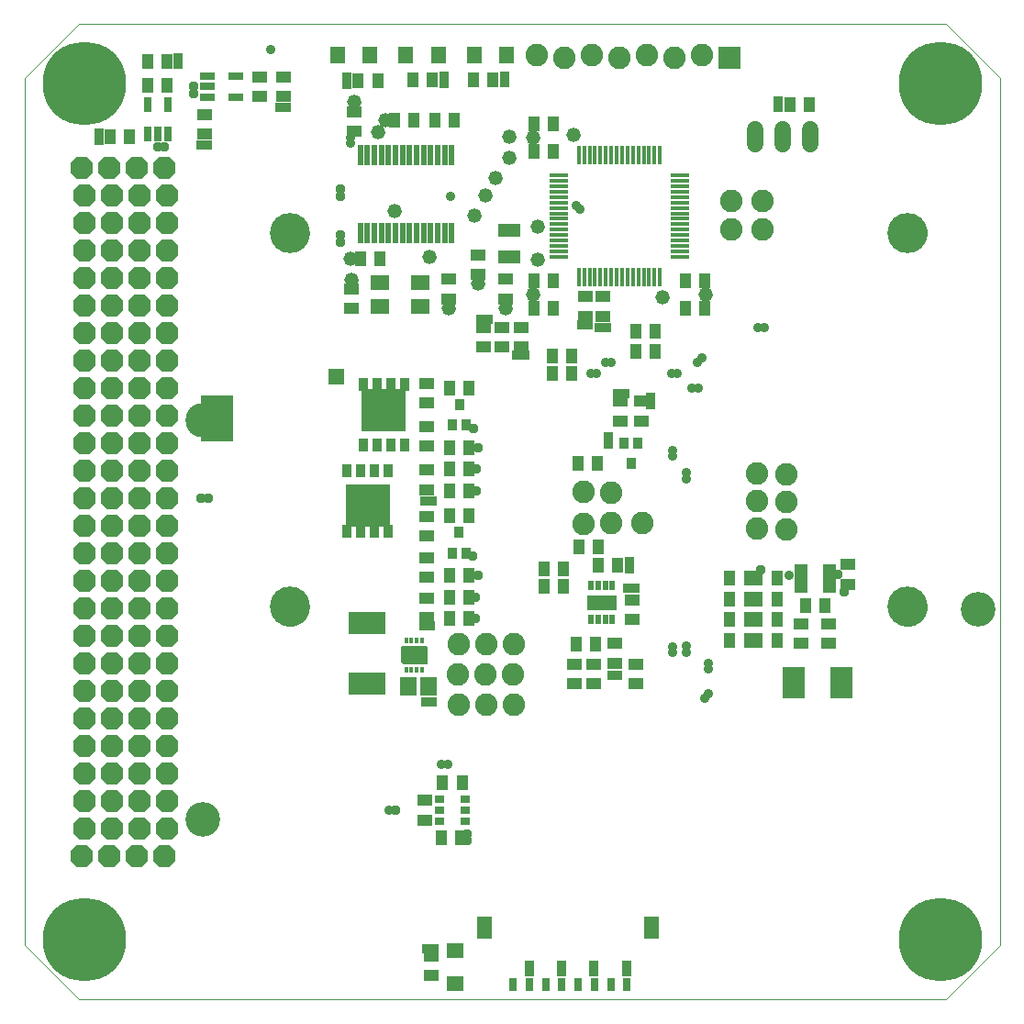
<source format=gts>
G75*
%MOIN*%
%OFA0B0*%
%FSLAX25Y25*%
%IPPOS*%
%LPD*%
%AMOC8*
5,1,8,0,0,1.08239X$1,22.5*
%
%ADD10R,0.05918X0.06706*%
%ADD11C,0.00000*%
%ADD12C,0.30328*%
%ADD13OC8,0.08200*%
%ADD14R,0.01181X0.01969*%
%ADD15C,0.00800*%
%ADD16R,0.05524X0.03162*%
%ADD17R,0.05524X0.03950*%
%ADD18R,0.03162X0.05524*%
%ADD19R,0.03950X0.05524*%
%ADD20R,0.13398X0.07887*%
%ADD21C,0.08200*%
%ADD22R,0.04737X0.02572*%
%ADD23R,0.02375X0.03556*%
%ADD24R,0.10800X0.05800*%
%ADD25R,0.03556X0.04343*%
%ADD26R,0.07887X0.11430*%
%ADD27R,0.03202X0.04816*%
%ADD28R,0.16194X0.15800*%
%ADD29C,0.14580*%
%ADD30R,0.01784X0.06902*%
%ADD31R,0.06902X0.01784*%
%ADD32R,0.02375X0.07690*%
%ADD33R,0.07887X0.04737*%
%ADD34C,0.05200*%
%ADD35R,0.07099X0.05721*%
%ADD36R,0.04737X0.01784*%
%ADD37R,0.01784X0.04737*%
%ADD38R,0.08200X0.08200*%
%ADD39R,0.03556X0.02800*%
%ADD40R,0.03162X0.04737*%
%ADD41R,0.05721X0.07887*%
%ADD42R,0.05524X0.06312*%
%ADD43C,0.06000*%
%ADD44R,0.06312X0.05524*%
%ADD45C,0.03778*%
%ADD46R,0.03778X0.03778*%
%ADD47R,0.03581X0.03581*%
%ADD48C,0.03581*%
%ADD49C,0.12611*%
D10*
X0142502Y0115101D03*
X0149983Y0115101D03*
D11*
X0003172Y0020888D02*
X0003172Y0335849D01*
X0022857Y0355534D01*
X0337817Y0355534D01*
X0357502Y0335849D01*
X0357502Y0020888D01*
X0337817Y0001203D01*
X0022857Y0001203D01*
X0003172Y0020888D01*
X0092738Y0143920D02*
X0092740Y0144089D01*
X0092746Y0144258D01*
X0092757Y0144427D01*
X0092771Y0144595D01*
X0092790Y0144763D01*
X0092813Y0144931D01*
X0092839Y0145098D01*
X0092870Y0145264D01*
X0092905Y0145430D01*
X0092944Y0145594D01*
X0092988Y0145758D01*
X0093035Y0145920D01*
X0093086Y0146081D01*
X0093141Y0146241D01*
X0093200Y0146400D01*
X0093262Y0146557D01*
X0093329Y0146712D01*
X0093400Y0146866D01*
X0093474Y0147018D01*
X0093552Y0147168D01*
X0093633Y0147316D01*
X0093718Y0147462D01*
X0093807Y0147606D01*
X0093899Y0147748D01*
X0093995Y0147887D01*
X0094094Y0148024D01*
X0094196Y0148159D01*
X0094302Y0148291D01*
X0094411Y0148420D01*
X0094523Y0148547D01*
X0094638Y0148671D01*
X0094756Y0148792D01*
X0094877Y0148910D01*
X0095001Y0149025D01*
X0095128Y0149137D01*
X0095257Y0149246D01*
X0095389Y0149352D01*
X0095524Y0149454D01*
X0095661Y0149553D01*
X0095800Y0149649D01*
X0095942Y0149741D01*
X0096086Y0149830D01*
X0096232Y0149915D01*
X0096380Y0149996D01*
X0096530Y0150074D01*
X0096682Y0150148D01*
X0096836Y0150219D01*
X0096991Y0150286D01*
X0097148Y0150348D01*
X0097307Y0150407D01*
X0097467Y0150462D01*
X0097628Y0150513D01*
X0097790Y0150560D01*
X0097954Y0150604D01*
X0098118Y0150643D01*
X0098284Y0150678D01*
X0098450Y0150709D01*
X0098617Y0150735D01*
X0098785Y0150758D01*
X0098953Y0150777D01*
X0099121Y0150791D01*
X0099290Y0150802D01*
X0099459Y0150808D01*
X0099628Y0150810D01*
X0099797Y0150808D01*
X0099966Y0150802D01*
X0100135Y0150791D01*
X0100303Y0150777D01*
X0100471Y0150758D01*
X0100639Y0150735D01*
X0100806Y0150709D01*
X0100972Y0150678D01*
X0101138Y0150643D01*
X0101302Y0150604D01*
X0101466Y0150560D01*
X0101628Y0150513D01*
X0101789Y0150462D01*
X0101949Y0150407D01*
X0102108Y0150348D01*
X0102265Y0150286D01*
X0102420Y0150219D01*
X0102574Y0150148D01*
X0102726Y0150074D01*
X0102876Y0149996D01*
X0103024Y0149915D01*
X0103170Y0149830D01*
X0103314Y0149741D01*
X0103456Y0149649D01*
X0103595Y0149553D01*
X0103732Y0149454D01*
X0103867Y0149352D01*
X0103999Y0149246D01*
X0104128Y0149137D01*
X0104255Y0149025D01*
X0104379Y0148910D01*
X0104500Y0148792D01*
X0104618Y0148671D01*
X0104733Y0148547D01*
X0104845Y0148420D01*
X0104954Y0148291D01*
X0105060Y0148159D01*
X0105162Y0148024D01*
X0105261Y0147887D01*
X0105357Y0147748D01*
X0105449Y0147606D01*
X0105538Y0147462D01*
X0105623Y0147316D01*
X0105704Y0147168D01*
X0105782Y0147018D01*
X0105856Y0146866D01*
X0105927Y0146712D01*
X0105994Y0146557D01*
X0106056Y0146400D01*
X0106115Y0146241D01*
X0106170Y0146081D01*
X0106221Y0145920D01*
X0106268Y0145758D01*
X0106312Y0145594D01*
X0106351Y0145430D01*
X0106386Y0145264D01*
X0106417Y0145098D01*
X0106443Y0144931D01*
X0106466Y0144763D01*
X0106485Y0144595D01*
X0106499Y0144427D01*
X0106510Y0144258D01*
X0106516Y0144089D01*
X0106518Y0143920D01*
X0106516Y0143751D01*
X0106510Y0143582D01*
X0106499Y0143413D01*
X0106485Y0143245D01*
X0106466Y0143077D01*
X0106443Y0142909D01*
X0106417Y0142742D01*
X0106386Y0142576D01*
X0106351Y0142410D01*
X0106312Y0142246D01*
X0106268Y0142082D01*
X0106221Y0141920D01*
X0106170Y0141759D01*
X0106115Y0141599D01*
X0106056Y0141440D01*
X0105994Y0141283D01*
X0105927Y0141128D01*
X0105856Y0140974D01*
X0105782Y0140822D01*
X0105704Y0140672D01*
X0105623Y0140524D01*
X0105538Y0140378D01*
X0105449Y0140234D01*
X0105357Y0140092D01*
X0105261Y0139953D01*
X0105162Y0139816D01*
X0105060Y0139681D01*
X0104954Y0139549D01*
X0104845Y0139420D01*
X0104733Y0139293D01*
X0104618Y0139169D01*
X0104500Y0139048D01*
X0104379Y0138930D01*
X0104255Y0138815D01*
X0104128Y0138703D01*
X0103999Y0138594D01*
X0103867Y0138488D01*
X0103732Y0138386D01*
X0103595Y0138287D01*
X0103456Y0138191D01*
X0103314Y0138099D01*
X0103170Y0138010D01*
X0103024Y0137925D01*
X0102876Y0137844D01*
X0102726Y0137766D01*
X0102574Y0137692D01*
X0102420Y0137621D01*
X0102265Y0137554D01*
X0102108Y0137492D01*
X0101949Y0137433D01*
X0101789Y0137378D01*
X0101628Y0137327D01*
X0101466Y0137280D01*
X0101302Y0137236D01*
X0101138Y0137197D01*
X0100972Y0137162D01*
X0100806Y0137131D01*
X0100639Y0137105D01*
X0100471Y0137082D01*
X0100303Y0137063D01*
X0100135Y0137049D01*
X0099966Y0137038D01*
X0099797Y0137032D01*
X0099628Y0137030D01*
X0099459Y0137032D01*
X0099290Y0137038D01*
X0099121Y0137049D01*
X0098953Y0137063D01*
X0098785Y0137082D01*
X0098617Y0137105D01*
X0098450Y0137131D01*
X0098284Y0137162D01*
X0098118Y0137197D01*
X0097954Y0137236D01*
X0097790Y0137280D01*
X0097628Y0137327D01*
X0097467Y0137378D01*
X0097307Y0137433D01*
X0097148Y0137492D01*
X0096991Y0137554D01*
X0096836Y0137621D01*
X0096682Y0137692D01*
X0096530Y0137766D01*
X0096380Y0137844D01*
X0096232Y0137925D01*
X0096086Y0138010D01*
X0095942Y0138099D01*
X0095800Y0138191D01*
X0095661Y0138287D01*
X0095524Y0138386D01*
X0095389Y0138488D01*
X0095257Y0138594D01*
X0095128Y0138703D01*
X0095001Y0138815D01*
X0094877Y0138930D01*
X0094756Y0139048D01*
X0094638Y0139169D01*
X0094523Y0139293D01*
X0094411Y0139420D01*
X0094302Y0139549D01*
X0094196Y0139681D01*
X0094094Y0139816D01*
X0093995Y0139953D01*
X0093899Y0140092D01*
X0093807Y0140234D01*
X0093718Y0140378D01*
X0093633Y0140524D01*
X0093552Y0140672D01*
X0093474Y0140822D01*
X0093400Y0140974D01*
X0093329Y0141128D01*
X0093262Y0141283D01*
X0093200Y0141440D01*
X0093141Y0141599D01*
X0093086Y0141759D01*
X0093035Y0141920D01*
X0092988Y0142082D01*
X0092944Y0142246D01*
X0092905Y0142410D01*
X0092870Y0142576D01*
X0092839Y0142742D01*
X0092813Y0142909D01*
X0092790Y0143077D01*
X0092771Y0143245D01*
X0092757Y0143413D01*
X0092746Y0143582D01*
X0092740Y0143751D01*
X0092738Y0143920D01*
X0092738Y0279746D02*
X0092740Y0279915D01*
X0092746Y0280084D01*
X0092757Y0280253D01*
X0092771Y0280421D01*
X0092790Y0280589D01*
X0092813Y0280757D01*
X0092839Y0280924D01*
X0092870Y0281090D01*
X0092905Y0281256D01*
X0092944Y0281420D01*
X0092988Y0281584D01*
X0093035Y0281746D01*
X0093086Y0281907D01*
X0093141Y0282067D01*
X0093200Y0282226D01*
X0093262Y0282383D01*
X0093329Y0282538D01*
X0093400Y0282692D01*
X0093474Y0282844D01*
X0093552Y0282994D01*
X0093633Y0283142D01*
X0093718Y0283288D01*
X0093807Y0283432D01*
X0093899Y0283574D01*
X0093995Y0283713D01*
X0094094Y0283850D01*
X0094196Y0283985D01*
X0094302Y0284117D01*
X0094411Y0284246D01*
X0094523Y0284373D01*
X0094638Y0284497D01*
X0094756Y0284618D01*
X0094877Y0284736D01*
X0095001Y0284851D01*
X0095128Y0284963D01*
X0095257Y0285072D01*
X0095389Y0285178D01*
X0095524Y0285280D01*
X0095661Y0285379D01*
X0095800Y0285475D01*
X0095942Y0285567D01*
X0096086Y0285656D01*
X0096232Y0285741D01*
X0096380Y0285822D01*
X0096530Y0285900D01*
X0096682Y0285974D01*
X0096836Y0286045D01*
X0096991Y0286112D01*
X0097148Y0286174D01*
X0097307Y0286233D01*
X0097467Y0286288D01*
X0097628Y0286339D01*
X0097790Y0286386D01*
X0097954Y0286430D01*
X0098118Y0286469D01*
X0098284Y0286504D01*
X0098450Y0286535D01*
X0098617Y0286561D01*
X0098785Y0286584D01*
X0098953Y0286603D01*
X0099121Y0286617D01*
X0099290Y0286628D01*
X0099459Y0286634D01*
X0099628Y0286636D01*
X0099797Y0286634D01*
X0099966Y0286628D01*
X0100135Y0286617D01*
X0100303Y0286603D01*
X0100471Y0286584D01*
X0100639Y0286561D01*
X0100806Y0286535D01*
X0100972Y0286504D01*
X0101138Y0286469D01*
X0101302Y0286430D01*
X0101466Y0286386D01*
X0101628Y0286339D01*
X0101789Y0286288D01*
X0101949Y0286233D01*
X0102108Y0286174D01*
X0102265Y0286112D01*
X0102420Y0286045D01*
X0102574Y0285974D01*
X0102726Y0285900D01*
X0102876Y0285822D01*
X0103024Y0285741D01*
X0103170Y0285656D01*
X0103314Y0285567D01*
X0103456Y0285475D01*
X0103595Y0285379D01*
X0103732Y0285280D01*
X0103867Y0285178D01*
X0103999Y0285072D01*
X0104128Y0284963D01*
X0104255Y0284851D01*
X0104379Y0284736D01*
X0104500Y0284618D01*
X0104618Y0284497D01*
X0104733Y0284373D01*
X0104845Y0284246D01*
X0104954Y0284117D01*
X0105060Y0283985D01*
X0105162Y0283850D01*
X0105261Y0283713D01*
X0105357Y0283574D01*
X0105449Y0283432D01*
X0105538Y0283288D01*
X0105623Y0283142D01*
X0105704Y0282994D01*
X0105782Y0282844D01*
X0105856Y0282692D01*
X0105927Y0282538D01*
X0105994Y0282383D01*
X0106056Y0282226D01*
X0106115Y0282067D01*
X0106170Y0281907D01*
X0106221Y0281746D01*
X0106268Y0281584D01*
X0106312Y0281420D01*
X0106351Y0281256D01*
X0106386Y0281090D01*
X0106417Y0280924D01*
X0106443Y0280757D01*
X0106466Y0280589D01*
X0106485Y0280421D01*
X0106499Y0280253D01*
X0106510Y0280084D01*
X0106516Y0279915D01*
X0106518Y0279746D01*
X0106516Y0279577D01*
X0106510Y0279408D01*
X0106499Y0279239D01*
X0106485Y0279071D01*
X0106466Y0278903D01*
X0106443Y0278735D01*
X0106417Y0278568D01*
X0106386Y0278402D01*
X0106351Y0278236D01*
X0106312Y0278072D01*
X0106268Y0277908D01*
X0106221Y0277746D01*
X0106170Y0277585D01*
X0106115Y0277425D01*
X0106056Y0277266D01*
X0105994Y0277109D01*
X0105927Y0276954D01*
X0105856Y0276800D01*
X0105782Y0276648D01*
X0105704Y0276498D01*
X0105623Y0276350D01*
X0105538Y0276204D01*
X0105449Y0276060D01*
X0105357Y0275918D01*
X0105261Y0275779D01*
X0105162Y0275642D01*
X0105060Y0275507D01*
X0104954Y0275375D01*
X0104845Y0275246D01*
X0104733Y0275119D01*
X0104618Y0274995D01*
X0104500Y0274874D01*
X0104379Y0274756D01*
X0104255Y0274641D01*
X0104128Y0274529D01*
X0103999Y0274420D01*
X0103867Y0274314D01*
X0103732Y0274212D01*
X0103595Y0274113D01*
X0103456Y0274017D01*
X0103314Y0273925D01*
X0103170Y0273836D01*
X0103024Y0273751D01*
X0102876Y0273670D01*
X0102726Y0273592D01*
X0102574Y0273518D01*
X0102420Y0273447D01*
X0102265Y0273380D01*
X0102108Y0273318D01*
X0101949Y0273259D01*
X0101789Y0273204D01*
X0101628Y0273153D01*
X0101466Y0273106D01*
X0101302Y0273062D01*
X0101138Y0273023D01*
X0100972Y0272988D01*
X0100806Y0272957D01*
X0100639Y0272931D01*
X0100471Y0272908D01*
X0100303Y0272889D01*
X0100135Y0272875D01*
X0099966Y0272864D01*
X0099797Y0272858D01*
X0099628Y0272856D01*
X0099459Y0272858D01*
X0099290Y0272864D01*
X0099121Y0272875D01*
X0098953Y0272889D01*
X0098785Y0272908D01*
X0098617Y0272931D01*
X0098450Y0272957D01*
X0098284Y0272988D01*
X0098118Y0273023D01*
X0097954Y0273062D01*
X0097790Y0273106D01*
X0097628Y0273153D01*
X0097467Y0273204D01*
X0097307Y0273259D01*
X0097148Y0273318D01*
X0096991Y0273380D01*
X0096836Y0273447D01*
X0096682Y0273518D01*
X0096530Y0273592D01*
X0096380Y0273670D01*
X0096232Y0273751D01*
X0096086Y0273836D01*
X0095942Y0273925D01*
X0095800Y0274017D01*
X0095661Y0274113D01*
X0095524Y0274212D01*
X0095389Y0274314D01*
X0095257Y0274420D01*
X0095128Y0274529D01*
X0095001Y0274641D01*
X0094877Y0274756D01*
X0094756Y0274874D01*
X0094638Y0274995D01*
X0094523Y0275119D01*
X0094411Y0275246D01*
X0094302Y0275375D01*
X0094196Y0275507D01*
X0094094Y0275642D01*
X0093995Y0275779D01*
X0093899Y0275918D01*
X0093807Y0276060D01*
X0093718Y0276204D01*
X0093633Y0276350D01*
X0093552Y0276498D01*
X0093474Y0276648D01*
X0093400Y0276800D01*
X0093329Y0276954D01*
X0093262Y0277109D01*
X0093200Y0277266D01*
X0093141Y0277425D01*
X0093086Y0277585D01*
X0093035Y0277746D01*
X0092988Y0277908D01*
X0092944Y0278072D01*
X0092905Y0278236D01*
X0092870Y0278402D01*
X0092839Y0278568D01*
X0092813Y0278735D01*
X0092790Y0278903D01*
X0092771Y0279071D01*
X0092757Y0279239D01*
X0092746Y0279408D01*
X0092740Y0279577D01*
X0092738Y0279746D01*
X0317148Y0279746D02*
X0317150Y0279915D01*
X0317156Y0280084D01*
X0317167Y0280253D01*
X0317181Y0280421D01*
X0317200Y0280589D01*
X0317223Y0280757D01*
X0317249Y0280924D01*
X0317280Y0281090D01*
X0317315Y0281256D01*
X0317354Y0281420D01*
X0317398Y0281584D01*
X0317445Y0281746D01*
X0317496Y0281907D01*
X0317551Y0282067D01*
X0317610Y0282226D01*
X0317672Y0282383D01*
X0317739Y0282538D01*
X0317810Y0282692D01*
X0317884Y0282844D01*
X0317962Y0282994D01*
X0318043Y0283142D01*
X0318128Y0283288D01*
X0318217Y0283432D01*
X0318309Y0283574D01*
X0318405Y0283713D01*
X0318504Y0283850D01*
X0318606Y0283985D01*
X0318712Y0284117D01*
X0318821Y0284246D01*
X0318933Y0284373D01*
X0319048Y0284497D01*
X0319166Y0284618D01*
X0319287Y0284736D01*
X0319411Y0284851D01*
X0319538Y0284963D01*
X0319667Y0285072D01*
X0319799Y0285178D01*
X0319934Y0285280D01*
X0320071Y0285379D01*
X0320210Y0285475D01*
X0320352Y0285567D01*
X0320496Y0285656D01*
X0320642Y0285741D01*
X0320790Y0285822D01*
X0320940Y0285900D01*
X0321092Y0285974D01*
X0321246Y0286045D01*
X0321401Y0286112D01*
X0321558Y0286174D01*
X0321717Y0286233D01*
X0321877Y0286288D01*
X0322038Y0286339D01*
X0322200Y0286386D01*
X0322364Y0286430D01*
X0322528Y0286469D01*
X0322694Y0286504D01*
X0322860Y0286535D01*
X0323027Y0286561D01*
X0323195Y0286584D01*
X0323363Y0286603D01*
X0323531Y0286617D01*
X0323700Y0286628D01*
X0323869Y0286634D01*
X0324038Y0286636D01*
X0324207Y0286634D01*
X0324376Y0286628D01*
X0324545Y0286617D01*
X0324713Y0286603D01*
X0324881Y0286584D01*
X0325049Y0286561D01*
X0325216Y0286535D01*
X0325382Y0286504D01*
X0325548Y0286469D01*
X0325712Y0286430D01*
X0325876Y0286386D01*
X0326038Y0286339D01*
X0326199Y0286288D01*
X0326359Y0286233D01*
X0326518Y0286174D01*
X0326675Y0286112D01*
X0326830Y0286045D01*
X0326984Y0285974D01*
X0327136Y0285900D01*
X0327286Y0285822D01*
X0327434Y0285741D01*
X0327580Y0285656D01*
X0327724Y0285567D01*
X0327866Y0285475D01*
X0328005Y0285379D01*
X0328142Y0285280D01*
X0328277Y0285178D01*
X0328409Y0285072D01*
X0328538Y0284963D01*
X0328665Y0284851D01*
X0328789Y0284736D01*
X0328910Y0284618D01*
X0329028Y0284497D01*
X0329143Y0284373D01*
X0329255Y0284246D01*
X0329364Y0284117D01*
X0329470Y0283985D01*
X0329572Y0283850D01*
X0329671Y0283713D01*
X0329767Y0283574D01*
X0329859Y0283432D01*
X0329948Y0283288D01*
X0330033Y0283142D01*
X0330114Y0282994D01*
X0330192Y0282844D01*
X0330266Y0282692D01*
X0330337Y0282538D01*
X0330404Y0282383D01*
X0330466Y0282226D01*
X0330525Y0282067D01*
X0330580Y0281907D01*
X0330631Y0281746D01*
X0330678Y0281584D01*
X0330722Y0281420D01*
X0330761Y0281256D01*
X0330796Y0281090D01*
X0330827Y0280924D01*
X0330853Y0280757D01*
X0330876Y0280589D01*
X0330895Y0280421D01*
X0330909Y0280253D01*
X0330920Y0280084D01*
X0330926Y0279915D01*
X0330928Y0279746D01*
X0330926Y0279577D01*
X0330920Y0279408D01*
X0330909Y0279239D01*
X0330895Y0279071D01*
X0330876Y0278903D01*
X0330853Y0278735D01*
X0330827Y0278568D01*
X0330796Y0278402D01*
X0330761Y0278236D01*
X0330722Y0278072D01*
X0330678Y0277908D01*
X0330631Y0277746D01*
X0330580Y0277585D01*
X0330525Y0277425D01*
X0330466Y0277266D01*
X0330404Y0277109D01*
X0330337Y0276954D01*
X0330266Y0276800D01*
X0330192Y0276648D01*
X0330114Y0276498D01*
X0330033Y0276350D01*
X0329948Y0276204D01*
X0329859Y0276060D01*
X0329767Y0275918D01*
X0329671Y0275779D01*
X0329572Y0275642D01*
X0329470Y0275507D01*
X0329364Y0275375D01*
X0329255Y0275246D01*
X0329143Y0275119D01*
X0329028Y0274995D01*
X0328910Y0274874D01*
X0328789Y0274756D01*
X0328665Y0274641D01*
X0328538Y0274529D01*
X0328409Y0274420D01*
X0328277Y0274314D01*
X0328142Y0274212D01*
X0328005Y0274113D01*
X0327866Y0274017D01*
X0327724Y0273925D01*
X0327580Y0273836D01*
X0327434Y0273751D01*
X0327286Y0273670D01*
X0327136Y0273592D01*
X0326984Y0273518D01*
X0326830Y0273447D01*
X0326675Y0273380D01*
X0326518Y0273318D01*
X0326359Y0273259D01*
X0326199Y0273204D01*
X0326038Y0273153D01*
X0325876Y0273106D01*
X0325712Y0273062D01*
X0325548Y0273023D01*
X0325382Y0272988D01*
X0325216Y0272957D01*
X0325049Y0272931D01*
X0324881Y0272908D01*
X0324713Y0272889D01*
X0324545Y0272875D01*
X0324376Y0272864D01*
X0324207Y0272858D01*
X0324038Y0272856D01*
X0323869Y0272858D01*
X0323700Y0272864D01*
X0323531Y0272875D01*
X0323363Y0272889D01*
X0323195Y0272908D01*
X0323027Y0272931D01*
X0322860Y0272957D01*
X0322694Y0272988D01*
X0322528Y0273023D01*
X0322364Y0273062D01*
X0322200Y0273106D01*
X0322038Y0273153D01*
X0321877Y0273204D01*
X0321717Y0273259D01*
X0321558Y0273318D01*
X0321401Y0273380D01*
X0321246Y0273447D01*
X0321092Y0273518D01*
X0320940Y0273592D01*
X0320790Y0273670D01*
X0320642Y0273751D01*
X0320496Y0273836D01*
X0320352Y0273925D01*
X0320210Y0274017D01*
X0320071Y0274113D01*
X0319934Y0274212D01*
X0319799Y0274314D01*
X0319667Y0274420D01*
X0319538Y0274529D01*
X0319411Y0274641D01*
X0319287Y0274756D01*
X0319166Y0274874D01*
X0319048Y0274995D01*
X0318933Y0275119D01*
X0318821Y0275246D01*
X0318712Y0275375D01*
X0318606Y0275507D01*
X0318504Y0275642D01*
X0318405Y0275779D01*
X0318309Y0275918D01*
X0318217Y0276060D01*
X0318128Y0276204D01*
X0318043Y0276350D01*
X0317962Y0276498D01*
X0317884Y0276648D01*
X0317810Y0276800D01*
X0317739Y0276954D01*
X0317672Y0277109D01*
X0317610Y0277266D01*
X0317551Y0277425D01*
X0317496Y0277585D01*
X0317445Y0277746D01*
X0317398Y0277908D01*
X0317354Y0278072D01*
X0317315Y0278236D01*
X0317280Y0278402D01*
X0317249Y0278568D01*
X0317223Y0278735D01*
X0317200Y0278903D01*
X0317181Y0279071D01*
X0317167Y0279239D01*
X0317156Y0279408D01*
X0317150Y0279577D01*
X0317148Y0279746D01*
X0317148Y0143920D02*
X0317150Y0144089D01*
X0317156Y0144258D01*
X0317167Y0144427D01*
X0317181Y0144595D01*
X0317200Y0144763D01*
X0317223Y0144931D01*
X0317249Y0145098D01*
X0317280Y0145264D01*
X0317315Y0145430D01*
X0317354Y0145594D01*
X0317398Y0145758D01*
X0317445Y0145920D01*
X0317496Y0146081D01*
X0317551Y0146241D01*
X0317610Y0146400D01*
X0317672Y0146557D01*
X0317739Y0146712D01*
X0317810Y0146866D01*
X0317884Y0147018D01*
X0317962Y0147168D01*
X0318043Y0147316D01*
X0318128Y0147462D01*
X0318217Y0147606D01*
X0318309Y0147748D01*
X0318405Y0147887D01*
X0318504Y0148024D01*
X0318606Y0148159D01*
X0318712Y0148291D01*
X0318821Y0148420D01*
X0318933Y0148547D01*
X0319048Y0148671D01*
X0319166Y0148792D01*
X0319287Y0148910D01*
X0319411Y0149025D01*
X0319538Y0149137D01*
X0319667Y0149246D01*
X0319799Y0149352D01*
X0319934Y0149454D01*
X0320071Y0149553D01*
X0320210Y0149649D01*
X0320352Y0149741D01*
X0320496Y0149830D01*
X0320642Y0149915D01*
X0320790Y0149996D01*
X0320940Y0150074D01*
X0321092Y0150148D01*
X0321246Y0150219D01*
X0321401Y0150286D01*
X0321558Y0150348D01*
X0321717Y0150407D01*
X0321877Y0150462D01*
X0322038Y0150513D01*
X0322200Y0150560D01*
X0322364Y0150604D01*
X0322528Y0150643D01*
X0322694Y0150678D01*
X0322860Y0150709D01*
X0323027Y0150735D01*
X0323195Y0150758D01*
X0323363Y0150777D01*
X0323531Y0150791D01*
X0323700Y0150802D01*
X0323869Y0150808D01*
X0324038Y0150810D01*
X0324207Y0150808D01*
X0324376Y0150802D01*
X0324545Y0150791D01*
X0324713Y0150777D01*
X0324881Y0150758D01*
X0325049Y0150735D01*
X0325216Y0150709D01*
X0325382Y0150678D01*
X0325548Y0150643D01*
X0325712Y0150604D01*
X0325876Y0150560D01*
X0326038Y0150513D01*
X0326199Y0150462D01*
X0326359Y0150407D01*
X0326518Y0150348D01*
X0326675Y0150286D01*
X0326830Y0150219D01*
X0326984Y0150148D01*
X0327136Y0150074D01*
X0327286Y0149996D01*
X0327434Y0149915D01*
X0327580Y0149830D01*
X0327724Y0149741D01*
X0327866Y0149649D01*
X0328005Y0149553D01*
X0328142Y0149454D01*
X0328277Y0149352D01*
X0328409Y0149246D01*
X0328538Y0149137D01*
X0328665Y0149025D01*
X0328789Y0148910D01*
X0328910Y0148792D01*
X0329028Y0148671D01*
X0329143Y0148547D01*
X0329255Y0148420D01*
X0329364Y0148291D01*
X0329470Y0148159D01*
X0329572Y0148024D01*
X0329671Y0147887D01*
X0329767Y0147748D01*
X0329859Y0147606D01*
X0329948Y0147462D01*
X0330033Y0147316D01*
X0330114Y0147168D01*
X0330192Y0147018D01*
X0330266Y0146866D01*
X0330337Y0146712D01*
X0330404Y0146557D01*
X0330466Y0146400D01*
X0330525Y0146241D01*
X0330580Y0146081D01*
X0330631Y0145920D01*
X0330678Y0145758D01*
X0330722Y0145594D01*
X0330761Y0145430D01*
X0330796Y0145264D01*
X0330827Y0145098D01*
X0330853Y0144931D01*
X0330876Y0144763D01*
X0330895Y0144595D01*
X0330909Y0144427D01*
X0330920Y0144258D01*
X0330926Y0144089D01*
X0330928Y0143920D01*
X0330926Y0143751D01*
X0330920Y0143582D01*
X0330909Y0143413D01*
X0330895Y0143245D01*
X0330876Y0143077D01*
X0330853Y0142909D01*
X0330827Y0142742D01*
X0330796Y0142576D01*
X0330761Y0142410D01*
X0330722Y0142246D01*
X0330678Y0142082D01*
X0330631Y0141920D01*
X0330580Y0141759D01*
X0330525Y0141599D01*
X0330466Y0141440D01*
X0330404Y0141283D01*
X0330337Y0141128D01*
X0330266Y0140974D01*
X0330192Y0140822D01*
X0330114Y0140672D01*
X0330033Y0140524D01*
X0329948Y0140378D01*
X0329859Y0140234D01*
X0329767Y0140092D01*
X0329671Y0139953D01*
X0329572Y0139816D01*
X0329470Y0139681D01*
X0329364Y0139549D01*
X0329255Y0139420D01*
X0329143Y0139293D01*
X0329028Y0139169D01*
X0328910Y0139048D01*
X0328789Y0138930D01*
X0328665Y0138815D01*
X0328538Y0138703D01*
X0328409Y0138594D01*
X0328277Y0138488D01*
X0328142Y0138386D01*
X0328005Y0138287D01*
X0327866Y0138191D01*
X0327724Y0138099D01*
X0327580Y0138010D01*
X0327434Y0137925D01*
X0327286Y0137844D01*
X0327136Y0137766D01*
X0326984Y0137692D01*
X0326830Y0137621D01*
X0326675Y0137554D01*
X0326518Y0137492D01*
X0326359Y0137433D01*
X0326199Y0137378D01*
X0326038Y0137327D01*
X0325876Y0137280D01*
X0325712Y0137236D01*
X0325548Y0137197D01*
X0325382Y0137162D01*
X0325216Y0137131D01*
X0325049Y0137105D01*
X0324881Y0137082D01*
X0324713Y0137063D01*
X0324545Y0137049D01*
X0324376Y0137038D01*
X0324207Y0137032D01*
X0324038Y0137030D01*
X0323869Y0137032D01*
X0323700Y0137038D01*
X0323531Y0137049D01*
X0323363Y0137063D01*
X0323195Y0137082D01*
X0323027Y0137105D01*
X0322860Y0137131D01*
X0322694Y0137162D01*
X0322528Y0137197D01*
X0322364Y0137236D01*
X0322200Y0137280D01*
X0322038Y0137327D01*
X0321877Y0137378D01*
X0321717Y0137433D01*
X0321558Y0137492D01*
X0321401Y0137554D01*
X0321246Y0137621D01*
X0321092Y0137692D01*
X0320940Y0137766D01*
X0320790Y0137844D01*
X0320642Y0137925D01*
X0320496Y0138010D01*
X0320352Y0138099D01*
X0320210Y0138191D01*
X0320071Y0138287D01*
X0319934Y0138386D01*
X0319799Y0138488D01*
X0319667Y0138594D01*
X0319538Y0138703D01*
X0319411Y0138815D01*
X0319287Y0138930D01*
X0319166Y0139048D01*
X0319048Y0139169D01*
X0318933Y0139293D01*
X0318821Y0139420D01*
X0318712Y0139549D01*
X0318606Y0139681D01*
X0318504Y0139816D01*
X0318405Y0139953D01*
X0318309Y0140092D01*
X0318217Y0140234D01*
X0318128Y0140378D01*
X0318043Y0140524D01*
X0317962Y0140672D01*
X0317884Y0140822D01*
X0317810Y0140974D01*
X0317739Y0141128D01*
X0317672Y0141283D01*
X0317610Y0141440D01*
X0317551Y0141599D01*
X0317496Y0141759D01*
X0317445Y0141920D01*
X0317398Y0142082D01*
X0317354Y0142246D01*
X0317315Y0142410D01*
X0317280Y0142576D01*
X0317249Y0142742D01*
X0317223Y0142909D01*
X0317200Y0143077D01*
X0317181Y0143245D01*
X0317167Y0143413D01*
X0317156Y0143582D01*
X0317150Y0143751D01*
X0317148Y0143920D01*
D12*
X0335849Y0022857D03*
X0335849Y0333880D03*
X0024825Y0333880D03*
X0024825Y0022857D03*
D13*
X0023825Y0053369D03*
X0033825Y0053369D03*
X0043825Y0053369D03*
X0053825Y0053369D03*
X0054825Y0063369D03*
X0054825Y0073369D03*
X0054825Y0083369D03*
X0054825Y0093369D03*
X0054825Y0103369D03*
X0054825Y0113369D03*
X0054825Y0123369D03*
X0054825Y0133369D03*
X0054825Y0143369D03*
X0054825Y0153369D03*
X0054825Y0163369D03*
X0054825Y0173369D03*
X0054825Y0183369D03*
X0054825Y0193369D03*
X0054825Y0203369D03*
X0054825Y0213369D03*
X0054825Y0223369D03*
X0054825Y0233369D03*
X0054825Y0243369D03*
X0054825Y0253369D03*
X0054825Y0263369D03*
X0054825Y0273369D03*
X0054825Y0283369D03*
X0054825Y0293369D03*
X0053825Y0303369D03*
X0043825Y0303369D03*
X0044825Y0293369D03*
X0034825Y0293369D03*
X0033825Y0303369D03*
X0023825Y0303369D03*
X0024825Y0293369D03*
X0024825Y0283369D03*
X0034825Y0283369D03*
X0044825Y0283369D03*
X0044825Y0273369D03*
X0034825Y0273369D03*
X0024825Y0273369D03*
X0024825Y0263369D03*
X0034825Y0263369D03*
X0044825Y0263369D03*
X0044825Y0253369D03*
X0044825Y0243369D03*
X0034825Y0243369D03*
X0034825Y0253369D03*
X0024825Y0253369D03*
X0024825Y0243369D03*
X0024825Y0233369D03*
X0034825Y0233369D03*
X0044825Y0233369D03*
X0044825Y0223369D03*
X0034825Y0223369D03*
X0024825Y0223369D03*
X0024825Y0213369D03*
X0024825Y0203369D03*
X0034825Y0203369D03*
X0034825Y0213369D03*
X0044825Y0213369D03*
X0044825Y0203369D03*
X0044825Y0193369D03*
X0034825Y0193369D03*
X0024825Y0193369D03*
X0024825Y0183369D03*
X0034825Y0183369D03*
X0044825Y0183369D03*
X0044825Y0173369D03*
X0044825Y0163369D03*
X0034825Y0163369D03*
X0034825Y0173369D03*
X0024825Y0173369D03*
X0024825Y0163369D03*
X0024825Y0153369D03*
X0034825Y0153369D03*
X0044825Y0153369D03*
X0044825Y0143369D03*
X0034825Y0143369D03*
X0024825Y0143369D03*
X0024825Y0133369D03*
X0024825Y0123369D03*
X0034825Y0123369D03*
X0034825Y0133369D03*
X0044825Y0133369D03*
X0044825Y0123369D03*
X0044825Y0113369D03*
X0034825Y0113369D03*
X0024825Y0113369D03*
X0024825Y0103369D03*
X0034825Y0103369D03*
X0044825Y0103369D03*
X0044825Y0093369D03*
X0044825Y0083369D03*
X0034825Y0083369D03*
X0034825Y0093369D03*
X0024825Y0093369D03*
X0024825Y0083369D03*
X0024825Y0073369D03*
X0034825Y0073369D03*
X0044825Y0073369D03*
X0044825Y0063369D03*
X0034825Y0063369D03*
X0024825Y0063369D03*
D14*
X0141833Y0121085D03*
X0143802Y0121085D03*
X0145770Y0121085D03*
X0147739Y0121085D03*
X0147739Y0131715D03*
X0145770Y0131715D03*
X0143802Y0131715D03*
X0141833Y0131715D03*
D15*
X0140258Y0129451D02*
X0149215Y0129451D01*
X0149215Y0123349D01*
X0140987Y0123349D01*
X0140258Y0123979D01*
X0140258Y0129451D01*
X0140258Y0128861D02*
X0149215Y0128861D01*
X0149215Y0128062D02*
X0140258Y0128062D01*
X0140258Y0127264D02*
X0149215Y0127264D01*
X0149215Y0126465D02*
X0140258Y0126465D01*
X0140258Y0125667D02*
X0149215Y0125667D01*
X0149215Y0124868D02*
X0140258Y0124868D01*
X0140258Y0124070D02*
X0149215Y0124070D01*
D16*
X0080120Y0329146D03*
X0080120Y0336626D03*
X0069491Y0336626D03*
X0069491Y0332886D03*
X0069491Y0329146D03*
D17*
X0068556Y0322680D03*
X0068556Y0315593D03*
X0088556Y0329343D03*
X0088556Y0336430D03*
X0097306Y0336430D03*
X0097306Y0329343D03*
X0122857Y0323762D03*
X0122857Y0316676D03*
X0168132Y0271754D03*
X0168132Y0264668D03*
X0177975Y0262896D03*
X0177975Y0255809D03*
X0176794Y0245298D03*
X0183487Y0245298D03*
X0183487Y0238211D03*
X0176794Y0238211D03*
X0170101Y0238211D03*
X0170101Y0245298D03*
X0157306Y0255809D03*
X0157306Y0262896D03*
X0121872Y0259294D03*
X0121872Y0252207D03*
X0149431Y0225022D03*
X0149431Y0217935D03*
X0149431Y0209274D03*
X0149431Y0202187D03*
X0149431Y0193526D03*
X0149431Y0186439D03*
X0149431Y0176794D03*
X0149431Y0169707D03*
X0149235Y0161636D03*
X0149235Y0154550D03*
X0149235Y0147069D03*
X0149235Y0139983D03*
X0202975Y0123054D03*
X0202975Y0115967D03*
X0210061Y0115967D03*
X0210061Y0123054D03*
X0217739Y0123447D03*
X0217739Y0130534D03*
X0223841Y0139195D03*
X0223841Y0146282D03*
X0225219Y0123054D03*
X0225219Y0115967D03*
X0285455Y0130652D03*
X0285455Y0137739D03*
X0295455Y0137739D03*
X0295455Y0130652D03*
X0302455Y0152152D03*
X0302455Y0159239D03*
X0227187Y0211439D03*
X0227187Y0218526D03*
X0219707Y0218526D03*
X0219707Y0211439D03*
X0213211Y0249431D03*
X0206912Y0249431D03*
X0206912Y0256518D03*
X0213211Y0256518D03*
X0148605Y0073526D03*
X0148605Y0066439D03*
X0150888Y0017109D03*
X0150888Y0010022D03*
D18*
X0055327Y0315554D03*
X0051587Y0315554D03*
X0047847Y0315554D03*
X0047847Y0326183D03*
X0055327Y0326183D03*
D19*
X0055130Y0333369D03*
X0048044Y0333369D03*
X0048044Y0342119D03*
X0055130Y0342119D03*
X0041380Y0314619D03*
X0034294Y0314619D03*
X0124431Y0335061D03*
X0131518Y0335061D03*
X0144313Y0335455D03*
X0151400Y0335455D03*
X0152207Y0320790D03*
X0159294Y0320790D03*
X0144687Y0320790D03*
X0137601Y0320790D03*
X0166361Y0335455D03*
X0173447Y0335455D03*
X0188290Y0319313D03*
X0195376Y0319313D03*
X0195376Y0309471D03*
X0188290Y0309471D03*
X0188290Y0262227D03*
X0195376Y0262227D03*
X0195376Y0252384D03*
X0188290Y0252384D03*
X0194904Y0235140D03*
X0194904Y0228526D03*
X0201991Y0228526D03*
X0201991Y0235140D03*
X0225219Y0236636D03*
X0232306Y0236636D03*
X0232306Y0243920D03*
X0225219Y0243920D03*
X0243250Y0252384D03*
X0250337Y0252384D03*
X0250337Y0262227D03*
X0243250Y0262227D03*
X0211243Y0195888D03*
X0204156Y0195888D03*
X0204550Y0165573D03*
X0211636Y0165573D03*
X0211636Y0159077D03*
X0218723Y0159077D03*
X0199038Y0157699D03*
X0199038Y0151203D03*
X0191951Y0151203D03*
X0191951Y0157699D03*
X0164589Y0155337D03*
X0157502Y0155337D03*
X0157502Y0147463D03*
X0164589Y0147463D03*
X0164589Y0139589D03*
X0157502Y0139589D03*
X0157502Y0176991D03*
X0164589Y0176991D03*
X0164786Y0186046D03*
X0157699Y0186046D03*
X0157699Y0193920D03*
X0164786Y0193920D03*
X0164786Y0201794D03*
X0157699Y0201794D03*
X0157699Y0223447D03*
X0164786Y0223447D03*
X0132286Y0270199D03*
X0125199Y0270199D03*
X0259412Y0154195D03*
X0266498Y0154195D03*
X0269412Y0154195D03*
X0276498Y0154195D03*
X0276498Y0146695D03*
X0269412Y0146695D03*
X0266498Y0146695D03*
X0259412Y0146695D03*
X0259412Y0139195D03*
X0266498Y0139195D03*
X0269412Y0139195D03*
X0276498Y0139195D03*
X0276498Y0131695D03*
X0269412Y0131695D03*
X0266498Y0131695D03*
X0259412Y0131695D03*
X0286912Y0144195D03*
X0293998Y0144195D03*
X0210652Y0130337D03*
X0203565Y0130337D03*
X0162148Y0079983D03*
X0155061Y0079983D03*
X0154561Y0059983D03*
X0161648Y0059983D03*
X0281321Y0326400D03*
X0288408Y0326400D03*
D20*
X0127542Y0137975D03*
X0127542Y0115928D03*
D21*
X0160731Y0119313D03*
X0170731Y0119313D03*
X0180731Y0119313D03*
X0181046Y0108290D03*
X0171046Y0108290D03*
X0161046Y0108290D03*
X0161046Y0130337D03*
X0171046Y0130337D03*
X0181046Y0130337D03*
X0206321Y0174125D03*
X0216251Y0174431D03*
X0216361Y0185455D03*
X0206321Y0185525D03*
X0227651Y0174431D03*
X0269313Y0172345D03*
X0269313Y0182345D03*
X0269313Y0192345D03*
X0280140Y0192148D03*
X0280140Y0182148D03*
X0280140Y0172148D03*
X0271352Y0281124D03*
X0271352Y0291361D03*
X0259952Y0291361D03*
X0259952Y0281124D03*
X0239471Y0343420D03*
X0249471Y0344420D03*
X0229471Y0344420D03*
X0219471Y0343420D03*
X0209471Y0344420D03*
X0199471Y0343420D03*
X0189471Y0344420D03*
D22*
X0285337Y0158034D03*
X0285337Y0155475D03*
X0285337Y0152916D03*
X0285337Y0150357D03*
X0295573Y0150357D03*
X0295573Y0152916D03*
X0295573Y0155475D03*
X0295573Y0158034D03*
D23*
X0216754Y0151597D03*
X0214195Y0151597D03*
X0211636Y0151597D03*
X0209077Y0151597D03*
X0209077Y0139195D03*
X0211636Y0139195D03*
X0214195Y0139195D03*
X0216754Y0139195D03*
D24*
X0213014Y0145494D03*
D25*
X0223526Y0195849D03*
X0220967Y0203329D03*
X0226085Y0203329D03*
X0163802Y0209865D03*
X0158683Y0209865D03*
X0161243Y0217345D03*
X0161046Y0170888D03*
X0163605Y0163408D03*
X0158487Y0163408D03*
D26*
X0282502Y0116361D03*
X0299825Y0116361D03*
D27*
X0141183Y0202601D03*
X0136183Y0202601D03*
X0131183Y0202601D03*
X0126183Y0202601D03*
X0125475Y0193309D03*
X0120475Y0193309D03*
X0130475Y0193309D03*
X0135475Y0193309D03*
X0135475Y0171302D03*
X0130475Y0171302D03*
X0125475Y0171302D03*
X0120475Y0171302D03*
X0126183Y0224609D03*
X0131183Y0224609D03*
X0136183Y0224609D03*
X0141183Y0224609D03*
D28*
X0133683Y0215337D03*
X0127975Y0180573D03*
D29*
X0099628Y0143920D03*
X0099628Y0279746D03*
X0324038Y0279746D03*
X0324038Y0143920D03*
D30*
X0234077Y0263802D03*
X0232109Y0263802D03*
X0230140Y0263802D03*
X0228172Y0263802D03*
X0226203Y0263802D03*
X0224235Y0263802D03*
X0222266Y0263802D03*
X0220298Y0263802D03*
X0218329Y0263802D03*
X0216361Y0263802D03*
X0214392Y0263802D03*
X0212424Y0263802D03*
X0210455Y0263802D03*
X0208487Y0263802D03*
X0206518Y0263802D03*
X0204550Y0263802D03*
X0204550Y0307896D03*
X0206518Y0307896D03*
X0208487Y0307896D03*
X0210455Y0307896D03*
X0212424Y0307896D03*
X0214392Y0307896D03*
X0216361Y0307896D03*
X0218329Y0307896D03*
X0220298Y0307896D03*
X0222266Y0307896D03*
X0224235Y0307896D03*
X0226203Y0307896D03*
X0228172Y0307896D03*
X0230140Y0307896D03*
X0232109Y0307896D03*
X0234077Y0307896D03*
D31*
X0241361Y0300613D03*
X0241361Y0298644D03*
X0241361Y0296676D03*
X0241361Y0294707D03*
X0241361Y0292739D03*
X0241361Y0290770D03*
X0241361Y0288802D03*
X0241361Y0286833D03*
X0241361Y0284865D03*
X0241361Y0282896D03*
X0241361Y0280928D03*
X0241361Y0278959D03*
X0241361Y0276991D03*
X0241361Y0275022D03*
X0241361Y0273054D03*
X0241361Y0271085D03*
X0197266Y0271085D03*
X0197266Y0273054D03*
X0197266Y0275022D03*
X0197266Y0276991D03*
X0197266Y0278959D03*
X0197266Y0280928D03*
X0197266Y0282896D03*
X0197266Y0284865D03*
X0197266Y0286833D03*
X0197266Y0288802D03*
X0197266Y0290770D03*
X0197266Y0292739D03*
X0197266Y0294707D03*
X0197266Y0296676D03*
X0197266Y0298644D03*
X0197266Y0300613D03*
D32*
X0158447Y0307896D03*
X0155888Y0307896D03*
X0153329Y0307896D03*
X0150770Y0307896D03*
X0148211Y0307896D03*
X0145652Y0307896D03*
X0143093Y0307896D03*
X0140534Y0307896D03*
X0137975Y0307896D03*
X0135416Y0307896D03*
X0132857Y0307896D03*
X0130298Y0307896D03*
X0127739Y0307896D03*
X0125180Y0307896D03*
X0125180Y0279550D03*
X0127739Y0279550D03*
X0130298Y0279550D03*
X0132857Y0279550D03*
X0135416Y0279550D03*
X0137975Y0279550D03*
X0140534Y0279550D03*
X0143093Y0279550D03*
X0145652Y0279550D03*
X0148211Y0279550D03*
X0150770Y0279550D03*
X0153329Y0279550D03*
X0155888Y0279550D03*
X0158447Y0279550D03*
D33*
X0179313Y0280770D03*
X0179313Y0270928D03*
D34*
X0189786Y0270101D03*
X0189786Y0281912D03*
X0170677Y0293331D03*
X0174298Y0299578D03*
X0179313Y0307099D03*
X0179313Y0314599D03*
X0187817Y0314392D03*
X0202581Y0315376D03*
X0166764Y0285849D03*
X0150416Y0271085D03*
X0157306Y0252384D03*
X0168132Y0261243D03*
X0177975Y0252384D03*
X0187817Y0257306D03*
X0235061Y0256321D03*
X0250809Y0257306D03*
X0137620Y0287817D03*
X0121774Y0270199D03*
X0121872Y0262719D03*
X0131715Y0316361D03*
X0134176Y0320790D03*
X0122857Y0327187D03*
D35*
X0132384Y0261715D03*
X0132384Y0253054D03*
X0146951Y0253054D03*
X0146951Y0261715D03*
D36*
X0122857Y0315967D03*
D37*
X0145002Y0320790D03*
X0196146Y0319318D03*
X0132601Y0270199D03*
X0196069Y0252454D03*
X0242787Y0252254D03*
D38*
X0259471Y0343420D03*
D39*
X0163180Y0073920D03*
X0163180Y0069983D03*
X0163180Y0066046D03*
X0154030Y0066046D03*
X0154030Y0069983D03*
X0154030Y0073920D03*
D40*
X0180731Y0006715D03*
X0186636Y0006715D03*
X0192542Y0006715D03*
X0198447Y0006715D03*
X0204353Y0006715D03*
X0210258Y0006715D03*
X0216164Y0006715D03*
X0222069Y0006715D03*
D41*
X0231144Y0027187D03*
X0170475Y0027187D03*
D42*
X0166557Y0344313D03*
X0178369Y0344313D03*
X0153565Y0344313D03*
X0141754Y0344313D03*
X0128762Y0344313D03*
X0116951Y0344313D03*
D43*
X0268565Y0317189D02*
X0268565Y0311989D01*
X0278565Y0311989D02*
X0278565Y0317189D01*
X0288565Y0317189D02*
X0288565Y0311989D01*
D44*
X0159628Y0018920D03*
X0159628Y0007109D03*
D45*
X0164105Y0058983D03*
X0164105Y0061483D03*
X0138014Y0070101D03*
X0166951Y0139589D03*
X0166951Y0147463D03*
X0167935Y0155337D03*
X0165967Y0162227D03*
X0167148Y0186046D03*
X0167148Y0193920D03*
X0168132Y0201794D03*
X0166164Y0208683D03*
X0118132Y0276400D03*
X0118132Y0278959D03*
X0118132Y0293132D03*
X0118132Y0295691D03*
X0064806Y0330386D03*
X0064806Y0332886D03*
X0054087Y0310869D03*
X0051587Y0310869D03*
X0067306Y0183329D03*
X0069904Y0183329D03*
X0268955Y0139195D03*
X0270494Y0157502D03*
X0298755Y0155595D03*
X0300955Y0149195D03*
D46*
X0230731Y0217345D03*
X0230731Y0220101D03*
X0221282Y0221282D03*
X0218526Y0221282D03*
X0215376Y0205534D03*
X0215376Y0203172D03*
X0214589Y0245494D03*
X0211833Y0245494D03*
X0151203Y0182502D03*
X0148644Y0182502D03*
X0148250Y0137030D03*
X0150613Y0137030D03*
X0151203Y0109274D03*
X0148841Y0109274D03*
X0210061Y0144510D03*
X0209471Y0146479D03*
X0211636Y0146479D03*
X0213605Y0146479D03*
X0214392Y0144510D03*
X0212227Y0144510D03*
X0215770Y0146479D03*
X0216557Y0144510D03*
X0222463Y0150613D03*
X0225022Y0150613D03*
X0223054Y0157699D03*
X0223054Y0160258D03*
X0218723Y0119117D03*
X0216557Y0119117D03*
X0151991Y0019707D03*
X0149235Y0019707D03*
X0186636Y0013802D03*
X0186636Y0011439D03*
X0198447Y0011439D03*
X0198447Y0013802D03*
X0210061Y0013802D03*
X0210061Y0011439D03*
X0222069Y0011439D03*
X0222069Y0013802D03*
X0077187Y0205534D03*
X0077187Y0207896D03*
X0077187Y0210652D03*
X0077187Y0213408D03*
X0074431Y0213408D03*
X0074431Y0211046D03*
X0074431Y0208290D03*
X0072069Y0208290D03*
X0071676Y0205534D03*
X0074431Y0205534D03*
X0068920Y0205534D03*
X0071676Y0216164D03*
X0074431Y0216164D03*
X0074431Y0218920D03*
X0071676Y0218920D03*
X0068920Y0218920D03*
X0077187Y0218920D03*
X0077187Y0216164D03*
X0069697Y0311530D03*
X0067197Y0311530D03*
X0058981Y0340977D03*
X0058981Y0343477D03*
X0030231Y0315977D03*
X0030231Y0313477D03*
X0095947Y0325280D03*
X0098447Y0325280D03*
X0120298Y0333683D03*
X0120298Y0336439D03*
X0155731Y0336833D03*
X0155731Y0334077D03*
X0177581Y0334274D03*
X0177581Y0336636D03*
X0276991Y0327778D03*
X0276991Y0325219D03*
D47*
X0208093Y0246479D03*
X0205731Y0246479D03*
X0184865Y0235258D03*
X0182109Y0235258D03*
X0171676Y0248250D03*
X0168920Y0248250D03*
X0117739Y0228762D03*
X0115376Y0228762D03*
X0115376Y0226203D03*
X0117739Y0226203D03*
D48*
X0157896Y0293132D03*
X0121676Y0312227D03*
X0121676Y0314392D03*
X0092542Y0346282D03*
X0203565Y0289786D03*
X0205140Y0288211D03*
X0214195Y0232699D03*
X0216361Y0232699D03*
X0211046Y0228565D03*
X0208880Y0228565D03*
X0238211Y0228565D03*
X0240376Y0228565D03*
X0245691Y0223250D03*
X0247857Y0223250D03*
X0247660Y0232699D03*
X0249235Y0234274D03*
X0269707Y0245494D03*
X0271872Y0245494D03*
X0238802Y0200809D03*
X0238802Y0198644D03*
X0243723Y0192542D03*
X0243723Y0190376D03*
X0281124Y0155337D03*
X0251794Y0123447D03*
X0251794Y0121282D03*
X0251794Y0112227D03*
X0250219Y0110652D03*
X0243723Y0127384D03*
X0243723Y0129550D03*
X0238802Y0129353D03*
X0238802Y0127187D03*
X0156912Y0086833D03*
X0154746Y0086833D03*
X0135652Y0070101D03*
X0141557Y0125022D03*
X0143723Y0125022D03*
X0145888Y0125022D03*
X0148054Y0125022D03*
X0148054Y0127975D03*
X0145888Y0127975D03*
X0143723Y0127975D03*
X0141557Y0127975D03*
D49*
X0068132Y0066557D03*
X0068132Y0211833D03*
X0349628Y0142935D03*
M02*

</source>
